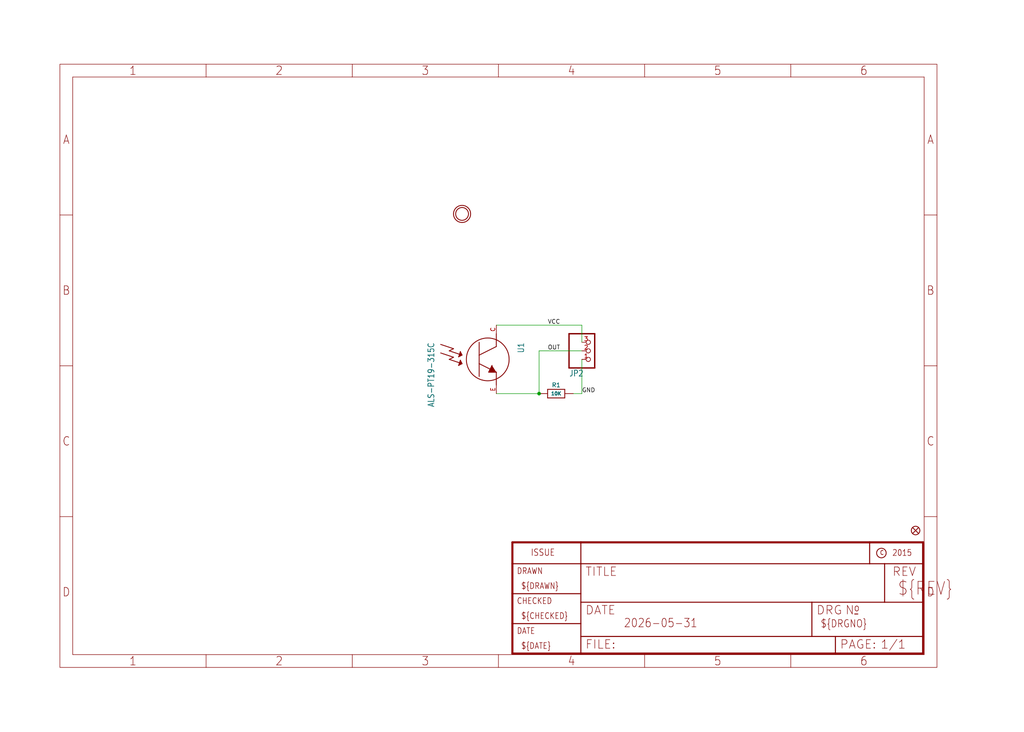
<source format=kicad_sch>
(kicad_sch (version 20230121) (generator eeschema)
  (paper "User" 303.962 217.322)
  (lib_symbols
    (symbol "working-eagle-import:FIDUCIAL{dblquote}{dblquote}"
      (symbol "FIDUCIAL{dblquote}{dblquote}_1_0"
        (polyline (pts (xy -0.762 0.762) (xy 0.762 -0.762)) (stroke (width 0.254)))
        (polyline (pts (xy 0.762 0.762) (xy -0.762 -0.762)) (stroke (width 0.254)))
        (circle (center 0 0) (radius 1.27) (stroke (width 0.254)))
      )
    )
    (symbol "working-eagle-import:FRAME_A4"
      (symbol "FRAME_A4_1_0"
        (polyline (pts (xy 0 44.7675) (xy 3.81 44.7675)))
        (polyline (pts (xy 0 89.535) (xy 3.81 89.535)))
        (polyline (pts (xy 0 134.3025) (xy 3.81 134.3025)))
        (polyline (pts (xy 3.81 3.81) (xy 3.81 175.26)))
        (polyline (pts (xy 43.3917 0) (xy 43.3917 3.81)))
        (polyline (pts (xy 43.3917 175.26) (xy 43.3917 179.07)))
        (polyline (pts (xy 86.7833 0) (xy 86.7833 3.81)))
        (polyline (pts (xy 86.7833 175.26) (xy 86.7833 179.07)))
        (polyline (pts (xy 130.175 0) (xy 130.175 3.81)))
        (polyline (pts (xy 130.175 175.26) (xy 130.175 179.07)))
        (polyline (pts (xy 173.5667 0) (xy 173.5667 3.81)))
        (polyline (pts (xy 173.5667 175.26) (xy 173.5667 179.07)))
        (polyline (pts (xy 216.9583 0) (xy 216.9583 3.81)))
        (polyline (pts (xy 216.9583 175.26) (xy 216.9583 179.07)))
        (polyline (pts (xy 256.54 3.81) (xy 3.81 3.81)))
        (polyline (pts (xy 256.54 3.81) (xy 256.54 8.89)) (stroke (width 0.1016)))
        (polyline (pts (xy 256.54 3.81) (xy 256.54 175.26)))
        (polyline (pts (xy 256.54 8.89) (xy 256.54 13.97)) (stroke (width 0.1016)))
        (polyline (pts (xy 256.54 13.97) (xy 256.54 19.05)) (stroke (width 0.1016)))
        (polyline (pts (xy 256.54 19.05) (xy 256.54 36.83)) (stroke (width 0.1016)))
        (polyline (pts (xy 256.54 44.7675) (xy 260.35 44.7675)))
        (polyline (pts (xy 256.54 89.535) (xy 260.35 89.535)))
        (polyline (pts (xy 256.54 134.3025) (xy 260.35 134.3025)))
        (polyline (pts (xy 256.54 175.26) (xy 3.81 175.26)))
        (polyline (pts (xy 0 0) (xy 260.35 0) (xy 260.35 179.07) (xy 0 179.07) (xy 0 0)))
        (text "1" (at 21.6958 1.905 0) (effects (font (size 2.54 2.286))))
        (text "1" (at 21.6958 177.165 0) (effects (font (size 2.54 2.286))))
        (text "2" (at 65.0875 1.905 0) (effects (font (size 2.54 2.286))))
        (text "2" (at 65.0875 177.165 0) (effects (font (size 2.54 2.286))))
        (text "3" (at 108.4792 1.905 0) (effects (font (size 2.54 2.286))))
        (text "3" (at 108.4792 177.165 0) (effects (font (size 2.54 2.286))))
        (text "4" (at 151.8708 1.905 0) (effects (font (size 2.54 2.286))))
        (text "4" (at 151.8708 177.165 0) (effects (font (size 2.54 2.286))))
        (text "5" (at 195.2625 1.905 0) (effects (font (size 2.54 2.286))))
        (text "5" (at 195.2625 177.165 0) (effects (font (size 2.54 2.286))))
        (text "6" (at 238.6542 1.905 0) (effects (font (size 2.54 2.286))))
        (text "6" (at 238.6542 177.165 0) (effects (font (size 2.54 2.286))))
        (text "A" (at 1.905 156.6863 0) (effects (font (size 2.54 2.286))))
        (text "A" (at 258.445 156.6863 0) (effects (font (size 2.54 2.286))))
        (text "B" (at 1.905 111.9188 0) (effects (font (size 2.54 2.286))))
        (text "B" (at 258.445 111.9188 0) (effects (font (size 2.54 2.286))))
        (text "C" (at 1.905 67.1513 0) (effects (font (size 2.54 2.286))))
        (text "C" (at 258.445 67.1513 0) (effects (font (size 2.54 2.286))))
        (text "D" (at 1.905 22.3838 0) (effects (font (size 2.54 2.286))))
        (text "D" (at 258.445 22.3838 0) (effects (font (size 2.54 2.286))))
      )
      (symbol "FRAME_A4_2_0"
        (polyline (pts (xy -0.3048 1.5748) (xy 20.0152 1.5748)) (stroke (width 0.6096)))
        (polyline (pts (xy -0.3048 10.4648) (xy -0.3048 1.5748)) (stroke (width 0.6096)))
        (polyline (pts (xy -0.3048 10.4648) (xy 20.0152 10.4648)) (stroke (width 0.3048)))
        (polyline (pts (xy -0.3048 19.3548) (xy -0.3048 10.4648)) (stroke (width 0.6096)))
        (polyline (pts (xy -0.3048 19.3548) (xy 20.0152 19.3548)) (stroke (width 0.3048)))
        (polyline (pts (xy -0.3048 28.2448) (xy -0.3048 19.3548)) (stroke (width 0.6096)))
        (polyline (pts (xy -0.3048 28.2448) (xy 20.0152 28.2448)) (stroke (width 0.3048)))
        (polyline (pts (xy -0.3048 34.5948) (xy -0.3048 28.2448)) (stroke (width 0.6096)))
        (polyline (pts (xy 20.0152 1.5748) (xy 20.0152 6.6548)) (stroke (width 0.3048)))
        (polyline (pts (xy 20.0152 1.5748) (xy 95.5802 1.5748)) (stroke (width 0.6096)))
        (polyline (pts (xy 20.0152 6.6548) (xy 20.0152 10.4648)) (stroke (width 0.3048)))
        (polyline (pts (xy 20.0152 6.6548) (xy 88.5952 6.6548)) (stroke (width 0.3048)))
        (polyline (pts (xy 20.0152 10.4648) (xy 20.0152 16.8148)) (stroke (width 0.3048)))
        (polyline (pts (xy 20.0152 16.8148) (xy 20.0152 19.3548)) (stroke (width 0.3048)))
        (polyline (pts (xy 20.0152 19.3548) (xy 20.0152 28.2448)) (stroke (width 0.3048)))
        (polyline (pts (xy 20.0152 28.2448) (xy 20.0152 34.5948)) (stroke (width 0.3048)))
        (polyline (pts (xy 20.0152 28.2448) (xy 105.7402 28.2448)) (stroke (width 0.3048)))
        (polyline (pts (xy 20.0152 34.5948) (xy -0.3048 34.5948)) (stroke (width 0.6096)))
        (polyline (pts (xy 88.5952 6.6548) (xy 95.5802 6.6548)) (stroke (width 0.3048)))
        (polyline (pts (xy 88.5952 16.8148) (xy 20.0152 16.8148)) (stroke (width 0.3048)))
        (polyline (pts (xy 88.5952 16.8148) (xy 88.5952 6.6548)) (stroke (width 0.3048)))
        (polyline (pts (xy 95.5802 1.5748) (xy 121.6152 1.5748)) (stroke (width 0.6096)))
        (polyline (pts (xy 95.5802 6.6548) (xy 95.5802 1.5748)) (stroke (width 0.3048)))
        (polyline (pts (xy 95.5802 6.6548) (xy 121.6152 6.6548)) (stroke (width 0.3048)))
        (polyline (pts (xy 101.2952 13.3223) (xy 102.2477 13.3223)) (stroke (width 0.254)))
        (polyline (pts (xy 105.7402 28.2448) (xy 105.7402 34.5948)) (stroke (width 0.3048)))
        (polyline (pts (xy 105.7402 28.2448) (xy 110.1852 28.2448)) (stroke (width 0.3048)))
        (polyline (pts (xy 105.7402 34.5948) (xy 20.0152 34.5948)) (stroke (width 0.6096)))
        (polyline (pts (xy 110.1852 16.8148) (xy 88.5952 16.8148)) (stroke (width 0.3048)))
        (polyline (pts (xy 110.1852 28.2448) (xy 110.1852 16.8148)) (stroke (width 0.3048)))
        (polyline (pts (xy 110.1852 28.2448) (xy 121.6152 28.2448)) (stroke (width 0.3048)))
        (polyline (pts (xy 121.6152 6.6548) (xy 121.6152 1.5748)) (stroke (width 0.6096)))
        (polyline (pts (xy 121.6152 16.8148) (xy 110.1852 16.8148)) (stroke (width 0.3048)))
        (polyline (pts (xy 121.6152 16.8148) (xy 121.6152 6.6548)) (stroke (width 0.6096)))
        (polyline (pts (xy 121.6152 28.2448) (xy 121.6152 16.8148)) (stroke (width 0.6096)))
        (polyline (pts (xy 121.6152 34.5948) (xy 105.7402 34.5948)) (stroke (width 0.6096)))
        (polyline (pts (xy 121.6152 34.5948) (xy 121.6152 28.2448)) (stroke (width 0.6096)))
        (circle (center 109.2327 31.4198) (radius 1.4199) (stroke (width 0.254)))
        (text "${#}/${##}" (at 108.9152 2.8448 0) (effects (font (size 2.54 2.54)) (justify left bottom)))
        (text "${CHECKED}" (at 2.2352 11.7348 0) (effects (font (size 1.778 1.5113)) (justify left bottom)))
        (text "${COMPANY}" (at 23.349 29.6735 0) (effects (font (size 3.175 2.6987) (thickness 0.5397) bold) (justify left bottom)))
        (text "${CURRENT_DATE}" (at 32.7152 9.1948 0) (effects (font (size 2.54 2.159)) (justify left bottom)))
        (text "${DATE}" (at 2.2352 2.8448 0) (effects (font (size 1.778 1.5113)) (justify left bottom)))
        (text "${DRAWN}" (at 2.2352 20.6248 0) (effects (font (size 1.778 1.5113)) (justify left bottom)))
        (text "${DRGNO}" (at 91.1352 9.1948 0) (effects (font (size 2.1844 1.8567)) (justify left bottom)))
        (text "${PROJECTNAME}" (at 33.0327 2.8448 0) (effects (font (size 2.54 2.159)) (justify left bottom)))
        (text "${REV}" (at 113.9952 18.7198 0) (effects (font (size 3.81 3.2385)) (justify left bottom)))
        (text "2015" (at 112.4077 30.4673 0) (effects (font (size 1.778 1.5113)) (justify left bottom)))
        (text "C" (at 108.7564 30.7848 0) (effects (font (size 1.27 1.0795)) (justify left bottom)))
        (text "CHECKED" (at 0.9652 16.1798 0) (effects (font (size 1.778 1.5113)) (justify left bottom)))
        (text "DATE" (at 0.9652 7.2898 0) (effects (font (size 1.778 1.5113)) (justify left bottom)))
        (text "DATE" (at 21.2852 13.0048 0) (effects (font (size 2.54 2.54)) (justify left bottom)))
        (text "DRAWN" (at 0.9652 25.0698 0) (effects (font (size 1.778 1.5113)) (justify left bottom)))
        (text "DRG" (at 89.8652 13.0048 0) (effects (font (size 2.54 2.54)) (justify left bottom)))
        (text "FILE:" (at 21.2852 2.8448 0) (effects (font (size 2.54 2.54)) (justify left bottom)))
        (text "ISSUE" (at 5.0927 30.4673 0) (effects (font (size 1.9304 1.6408)) (justify left bottom)))
        (text "N" (at 98.4377 13.0048 0) (effects (font (size 2.54 2.54)) (justify left bottom)))
        (text "o" (at 100.9777 13.9573 0) (effects (font (size 2.1844 1.8567)) (justify left bottom)))
        (text "PAGE:" (at 96.8502 2.8448 0) (effects (font (size 2.54 2.54)) (justify left bottom)))
        (text "REV" (at 112.4077 24.4348 0) (effects (font (size 2.54 2.54)) (justify left bottom)))
        (text "TITLE" (at 21.2852 24.4348 0) (effects (font (size 2.54 2.54)) (justify left bottom)))
      )
    )
    (symbol "working-eagle-import:HEADER-1X3ROUND"
      (property "Reference" "JP" (at -6.35 5.715 0))
      (symbol "HEADER-1X3ROUND_1_0"
        (polyline (pts (xy -6.35 -5.08) (xy 1.27 -5.08)) (stroke (width 0.4064)))
        (polyline (pts (xy -6.35 5.08) (xy -6.35 -5.08)) (stroke (width 0.4064)))
        (polyline (pts (xy 1.27 -5.08) (xy 1.27 5.08)) (stroke (width 0.4064)))
        (polyline (pts (xy 1.27 5.08) (xy -6.35 5.08)) (stroke (width 0.4064)))
        (pin passive inverted (at -2.54 2.54 0) (length 2.54) (name "1") (number "1"))
        (pin passive inverted (at -2.54 0 0) (length 2.54) (name "2") (number "2"))
        (pin passive inverted (at -2.54 -2.54 0) (length 2.54) (name "3") (number "3"))
      )
    )
    (symbol "working-eagle-import:LIGHT_ALS-PT19-315C"
      (property "Reference" "U" (at 8.89 5.08 90))
      (symbol "LIGHT_ALS-PT19-315C_1_0"
        (polyline (pts (xy -13.97 1.905) (xy -10.16 0.635)) (stroke (width 0.254)))
        (polyline (pts (xy -13.97 4.445) (xy -10.16 3.175)) (stroke (width 0.254)))
        (polyline (pts (xy -11.43 0) (xy -7.62 -1.27)) (stroke (width 0.254)))
        (polyline (pts (xy -11.43 2.54) (xy -7.62 1.27)) (stroke (width 0.254)))
        (polyline (pts (xy -10.16 0.635) (xy -11.43 0)) (stroke (width 0.254)))
        (polyline (pts (xy -10.16 3.175) (xy -11.43 2.54)) (stroke (width 0.254)))
        (polyline (pts (xy -8.636 -1.778) (xy -8.128 -0.254)) (stroke (width 0.254)))
        (polyline (pts (xy -8.636 -1.778) (xy -7.874 -1.27)) (stroke (width 0.254)))
        (polyline (pts (xy -8.636 0.762) (xy -7.62 1.27)) (stroke (width 0.254)))
        (polyline (pts (xy -8.382 -1.524) (xy -8.128 -1.27)) (stroke (width 0.254)))
        (polyline (pts (xy -8.382 -1.27) (xy -8.128 -0.508)) (stroke (width 0.254)))
        (polyline (pts (xy -8.382 1.016) (xy -8.382 1.27)) (stroke (width 0.254)))
        (polyline (pts (xy -8.382 1.27) (xy -8.128 1.27)) (stroke (width 0.254)))
        (polyline (pts (xy -8.128 -1.27) (xy -8.382 -1.27)) (stroke (width 0.254)))
        (polyline (pts (xy -8.128 -1.016) (xy -7.874 -1.016)) (stroke (width 0.254)))
        (polyline (pts (xy -8.128 -0.762) (xy -8.128 -1.016)) (stroke (width 0.254)))
        (polyline (pts (xy -8.128 -0.508) (xy -8.128 -0.762)) (stroke (width 0.254)))
        (polyline (pts (xy -8.128 -0.254) (xy -7.62 -1.27)) (stroke (width 0.254)))
        (polyline (pts (xy -8.128 1.27) (xy -7.874 1.27)) (stroke (width 0.254)))
        (polyline (pts (xy -8.128 1.524) (xy -8.128 1.27)) (stroke (width 0.254)))
        (polyline (pts (xy -8.128 1.524) (xy -7.874 1.524)) (stroke (width 0.254)))
        (polyline (pts (xy -8.128 1.778) (xy -8.128 1.524)) (stroke (width 0.254)))
        (polyline (pts (xy -8.128 2.286) (xy -8.636 0.762)) (stroke (width 0.254)))
        (polyline (pts (xy -8.128 2.286) (xy -8.128 1.778)) (stroke (width 0.254)))
        (polyline (pts (xy -7.874 -1.27) (xy -8.382 -1.524)) (stroke (width 0.254)))
        (polyline (pts (xy -7.874 -1.016) (xy -8.128 -0.762)) (stroke (width 0.254)))
        (polyline (pts (xy -7.874 1.27) (xy -8.382 1.016)) (stroke (width 0.254)))
        (polyline (pts (xy -7.874 1.524) (xy -8.128 1.778)) (stroke (width 0.254)))
        (polyline (pts (xy -7.62 -1.27) (xy -8.636 -1.778)) (stroke (width 0.254)))
        (polyline (pts (xy -7.62 1.27) (xy -8.128 2.286)) (stroke (width 0.254)))
        (polyline (pts (xy -2.54 -1.27) (xy -2.54 -5.08)) (stroke (width 0.254)))
        (polyline (pts (xy -2.54 -1.27) (xy 2.54 -3.81)) (stroke (width 0.254)))
        (polyline (pts (xy -2.54 1.27) (xy -2.54 -1.27)) (stroke (width 0.254)))
        (polyline (pts (xy -2.54 5.08) (xy -2.54 1.27)) (stroke (width 0.254)))
        (polyline (pts (xy 2.54 -3.81) (xy 2.54 -7.62)) (stroke (width 0.254)))
        (polyline (pts (xy 2.54 3.81) (xy -2.54 1.27)) (stroke (width 0.254)))
        (polyline (pts (xy 2.54 7.62) (xy 2.54 3.81)) (stroke (width 0.254)))
        (polyline (pts (xy 1.27 -1.778) (xy 0.254 -3.81) (xy 2.54 -3.81)) (stroke (width 0.254)) (fill (type outline)))
        (circle (center 0 0) (radius 6.35) (stroke (width 0.254)))
        (pin bidirectional line (at 2.54 10.16 270) (length 2.54) (name "C") (number "C"))
        (pin bidirectional line (at 2.54 -10.16 90) (length 2.54) (name "E") (number "E"))
      )
    )
    (symbol "working-eagle-import:MOUNTINGHOLE2.0"
      (symbol "MOUNTINGHOLE2.0_1_0"
        (circle (center 0 0) (radius 1.905) (stroke (width 0.254)))
        (circle (center 0 0) (radius 2.54) (stroke (width 0.254)))
      )
    )
    (symbol "working-eagle-import:RESISTOR_0603_NOOUT"
      (property "Reference" "R" (at 0 2.54 0))
      (symbol "RESISTOR_0603_NOOUT_1_0"
        (polyline (pts (xy -2.54 -1.27) (xy -2.54 1.27)) (stroke (width 0.254)))
        (polyline (pts (xy -2.54 1.27) (xy 2.54 1.27)) (stroke (width 0.254)))
        (polyline (pts (xy 2.54 -1.27) (xy -2.54 -1.27)) (stroke (width 0.254)))
        (polyline (pts (xy 2.54 1.27) (xy 2.54 -1.27)) (stroke (width 0.254)))
        (pin passive line (at -5.08 0 0) (length 2.54) (name "1") (number "1"))
        (pin passive line (at 5.08 0 180) (length 2.54) (name "2") (number "2"))
      )
    )
  )
  (junction (at 160.02 116.84))
  (wire (pts (xy 160.02 104.14) (xy 172.72 104.14)) (stroke (width 0.1524)))
  (wire (pts (xy 160.02 116.84) (xy 147.32 116.84)) (stroke (width 0.1524)))
  (wire (pts (xy 172.72 116.84) (xy 170.18 116.84)) (stroke (width 0.1524)))
  (wire (pts (xy 160.02 116.84) (xy 160.02 104.14)) (stroke (width 0.1524)))
  (wire (pts (xy 172.72 106.68) (xy 172.72 116.84)) (stroke (width 0.1524)))
  (wire (pts (xy 172.72 96.52) (xy 172.72 101.6)) (stroke (width 0.1524)))
  (wire (pts (xy 147.32 96.52) (xy 172.72 96.52)) (stroke (width 0.1524)))
  (label "OUT" (at 162.56 104.14 0) (effects (font (size 1.2446 1.2446))))
  (label "VCC" (at 162.56 96.52 0) (effects (font (size 1.2446 1.2446))))
  (label "GND" (at 172.72 116.84 0) (effects (font (size 1.2446 1.2446))))
  (symbol (lib_id "working-eagle-import:MOUNTINGHOLE2.0") (at 137.16 63.5 0) (unit 1)
    (property "Reference" "U$2" (effects hide))
    (property "Value" "MOUNTINGHOLE2.0" (effects hide))
    (property "Footprint" "working:MOUNTINGHOLE_2.0_PLATED" (effects hide))
  )
  (symbol (lib_id "working-eagle-import:FIDUCIAL{dblquote}{dblquote}") (at 271.78 157.48 0) (unit 1)
    (property "Reference" "FID1" (effects hide))
    (property "Value" "FIDUCIAL{dblquote}{dblquote}" (effects hide))
    (property "Footprint" "working:FIDUCIAL_1MM" (effects hide))
  )
  (symbol (lib_id "working-eagle-import:HEADER-1X3ROUND") (at 175.26 104.14 0) (mirror x) (unit 1)
    (property "Reference" "JP2" (at 168.91 109.855 0) (effects (font (size 1.778 1.5113)) (justify left bottom)))
    (property "Value" "HEADER-1X3ROUND" (effects hide))
    (property "Footprint" "working:1X03_ROUND" (effects hide))
  )
  (symbol (lib_id "working-eagle-import:RESISTOR_0603_NOOUT") (at 165.1 116.84 0) (mirror y) (unit 1)
    (property "Reference" "R1" (at 165.1 114.3 0))
    (property "Value" "10K" (at 165.1 116.84 0) (effects (font (size 1.016 1.016) bold)))
    (property "Footprint" "working:0603-NO" (effects hide))
  )
  (symbol (lib_id "working-eagle-import:FRAME_A4") (at 17.78 198.12 0) (unit 1)
    (property "Reference" "#FRAME1" (effects hide))
    (property "Value" "FRAME_A4" (effects hide))
  )
  (symbol (lib_id "working-eagle-import:FRAME_A4") (at 152.4 195.58 0) (unit 2)
    (property "Reference" "#FRAME1" (effects hide))
    (property "Value" "FRAME_A4" (effects hide))
  )
  (symbol (lib_id "working-eagle-import:LIGHT_ALS-PT19-315C") (at 144.78 106.68 0) (unit 1)
    (property "Reference" "U1" (at 153.67 101.6 90) (effects (font (size 1.778 1.5113)) (justify right top)))
    (property "Value" "ALS-PT19-315C" (at 127 101.6 90) (effects (font (size 1.778 1.5113)) (justify right top)))
    (property "Footprint" "working:ALS-PT19-315C" (effects hide))
  )
)
</source>
